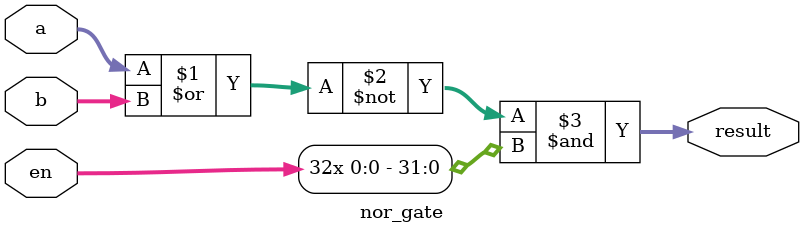
<source format=v>
module nor_gate(
    input  [31:0] a, b,
    input         en,
    output [31:0] result
);
    assign result = (~(a | b)) & {32{en}};
endmodule
</source>
